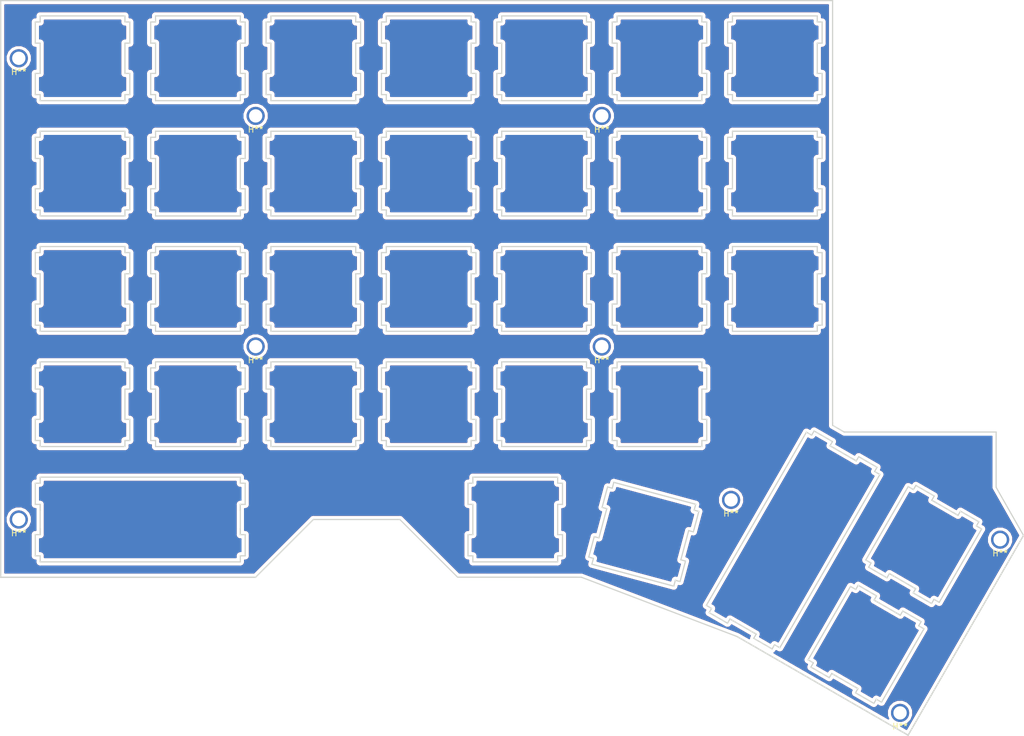
<source format=kicad_pcb>
(kicad_pcb (version 20171130) (host pcbnew "(5.0.0)")
  (layers (0 F.Cu signal) (31 B.Cu signal) (34 B.Paste user) (35 F.Paste user) (36 B.SilkS user) (37 F.SilkS user) (38 B.Mask user) (39 F.Mask user) (44 Edge.Cuts user))
  (net 0 "")
  (module library:HOLE (layer F.Cu) (at 191.226 115.202)
    (fp_text reference H** (at 0 2.25) (layer F.SilkS))
    (fp_text value HOLE)
    (pad "" thru_hole circle (at 0 0) (size 3 3) (drill 2.2) (layers *.Cu *.Mask))
  )
  (module library:HOLE (layer F.Cu) (at 29.206 35.672)
    (fp_text reference H** (at 0 2.25) (layer F.SilkS))
    (fp_text value HOLE)
    (pad "" thru_hole circle (at 0 0) (size 3 3) (drill 2.2) (layers *.Cu *.Mask))
  )
  (module library:HOLE (layer F.Cu) (at 68.316 45.192)
    (fp_text reference H** (at 0 2.25) (layer F.SilkS))
    (fp_text value HOLE)
    (pad "" thru_hole circle (at 0 0) (size 3 3) (drill 2.2) (layers *.Cu *.Mask))
  )
  (module library:HOLE (layer F.Cu) (at 125.466 83.292)
    (fp_text reference H** (at 0 2.25) (layer F.SilkS))
    (fp_text value HOLE)
    (pad "" thru_hole circle (at 0 0) (size 3 3) (drill 2.2) (layers *.Cu *.Mask))
  )
  (module library:HOLE (layer F.Cu) (at 146.806 108.632)
    (fp_text reference H** (at 0 2.25) (layer F.SilkS))
    (fp_text value HOLE)
    (pad "" thru_hole circle (at 0 0) (size 3 3) (drill 2.2) (layers *.Cu *.Mask))
  )
  (module library:HOLE (layer F.Cu) (at 125.466 45.192)
    (fp_text reference H** (at 0 2.25) (layer F.SilkS))
    (fp_text value HOLE)
    (pad "" thru_hole circle (at 0 0) (size 3 3) (drill 2.2) (layers *.Cu *.Mask))
  )
  (module library:HOLE (layer F.Cu) (at 29.206 111.872)
    (fp_text reference H** (at 0 2.25) (layer F.SilkS))
    (fp_text value HOLE)
    (pad "" thru_hole circle (at 0 0) (size 3 3) (drill 2.2) (layers *.Cu *.Mask))
  )
  (module library:HOLE (layer F.Cu) (at 174.706 143.822)
    (fp_text reference H** (at 0 2.25) (layer F.SilkS))
    (fp_text value HOLE)
    (pad "" thru_hole circle (at 0 0) (size 3 3) (drill 2.2) (layers *.Cu *.Mask))
  )
  (module library:HOLE (layer F.Cu) (at 68.316 83.292)
    (fp_text reference H** (at 0 2.25) (layer F.SilkS))
    (fp_text value HOLE)
    (pad "" thru_hole circle (at 0 0) (size 3 3) (drill 2.2) (layers *.Cu *.Mask))
  )
  (gr_line (start 167.474418 102.187794) (end 166.608393 101.687794) (layer Edge.Cuts) (width 0.2))
  (gr_line (start 153.980507 132.559934) (end 153.580507 133.252754) (layer Edge.Cuts) (width 0.2))
  (gr_line (start 150.083393 130.309934) (end 150.949418 130.809934) (layer Edge.Cuts) (width 0.2))
  (gr_line (start 167.474418 102.187794) (end 167.874418 101.494974) (layer Edge.Cuts) (width 0.2))
  (gr_line (start 159.247177 97.437794) (end 142.722177 126.059934) (layer Edge.Cuts) (width 0.2))
  (gr_line (start 170.905507 103.244974) (end 170.505507 103.937794) (layer Edge.Cuts) (width 0.2))
  (gr_line (start 160.513202 97.244974) (end 163.544291 98.994974) (layer Edge.Cuts) (width 0.2))
  (gr_line (start 160.113202 97.937794) (end 160.513202 97.244974) (layer Edge.Cuts) (width 0.2))
  (gr_line (start 184.677194 110.491741) (end 184.277194 111.184561) (layer Edge.Cuts) (width 0.2))
  (gr_line (start 143.588202 126.559934) (end 142.722177 126.059934) (layer Edge.Cuts) (width 0.2))
  (gr_line (start 187.308283 112.934561) (end 187.708283 112.241741) (layer Edge.Cuts) (width 0.2))
  (gr_line (start 170.783283 141.556701) (end 171.649308 142.056701) (layer Edge.Cuts) (width 0.2))
  (gr_line (start 167.352194 140.499521) (end 170.383283 142.249521) (layer Edge.Cuts) (width 0.2))
  (gr_line (start 159.990978 136.249521) (end 163.022067 137.999521) (layer Edge.Cuts) (width 0.2))
  (gr_line (start 146.219291 129.002754) (end 143.188202 127.252754) (layer Edge.Cuts) (width 0.2))
  (gr_line (start 167.874418 101.494974) (end 170.905507 103.244974) (layer Edge.Cuts) (width 0.2))
  (gr_line (start 160.390978 135.556701) (end 159.990978 136.249521) (layer Edge.Cuts) (width 0.2))
  (gr_line (start 165.478262 97.415383) (end 163.566 96.311338) (layer Edge.Cuts) (width 0.2))
  (gr_line (start 159.247177 97.437794) (end 160.113202 97.937794) (layer Edge.Cuts) (width 0.2))
  (gr_line (start 146.619291 128.309934) (end 146.219291 129.002754) (layer Edge.Cuts) (width 0.2))
  (gr_line (start 170.505507 103.937794) (end 171.371533 104.437794) (layer Edge.Cuts) (width 0.2))
  (gr_line (start 190.566 106.54826) (end 195.090142 114.50595) (layer Edge.Cuts) (width 0.2))
  (gr_line (start 154.846533 133.059934) (end 153.980507 132.559934) (layer Edge.Cuts) (width 0.2))
  (gr_line (start 150.549418 131.502754) (end 150.949418 130.809934) (layer Edge.Cuts) (width 0.2))
  (gr_line (start 163.566 85.415383) (end 163.566 95.915383) (layer Edge.Cuts) (width 0.2))
  (gr_line (start 163.544291 98.994974) (end 163.144291 99.687794) (layer Edge.Cuts) (width 0.2))
  (gr_line (start 188.174308 113.434561) (end 187.308283 112.934561) (layer Edge.Cuts) (width 0.2))
  (gr_line (start 176.915978 106.934561) (end 176.049953 106.434561) (layer Edge.Cuts) (width 0.2))
  (gr_line (start 153.580507 133.252754) (end 150.549418 131.502754) (layer Edge.Cuts) (width 0.2))
  (gr_line (start 177.315978 106.241741) (end 176.915978 106.934561) (layer Edge.Cuts) (width 0.2))
  (gr_line (start 143.188202 127.252754) (end 143.588202 126.559934) (layer Edge.Cuts) (width 0.2))
  (gr_line (start 164.010317 100.187794) (end 163.144291 99.687794) (layer Edge.Cuts) (width 0.2))
  (gr_line (start 150.083393 130.309934) (end 147.485317 128.809934) (layer Edge.Cuts) (width 0.2))
  (gr_line (start 166.608393 101.687794) (end 164.010317 100.187794) (layer Edge.Cuts) (width 0.2))
  (gr_line (start 147.485317 128.809934) (end 146.619291 128.309934) (layer Edge.Cuts) (width 0.2))
  (gr_line (start 170.383283 142.249521) (end 170.783283 141.556701) (layer Edge.Cuts) (width 0.2))
  (gr_line (start 171.371533 104.437794) (end 154.846533 133.059934) (layer Edge.Cuts) (width 0.2))
  (gr_line (start 180.347067 107.991741) (end 177.315978 106.241741) (layer Edge.Cuts) (width 0.2))
  (gr_line (start 179.947067 108.684561) (end 180.347067 107.991741) (layer Edge.Cuts) (width 0.2))
  (gr_line (start 187.708283 112.241741) (end 184.677194 110.491741) (layer Edge.Cuts) (width 0.2))
  (gr_line (start 167.752194 139.806701) (end 167.352194 140.499521) (layer Edge.Cuts) (width 0.2))
  (gr_line (start 159.524953 135.056701) (end 160.390978 135.556701) (layer Edge.Cuts) (width 0.2))
  (gr_line (start 163.022067 137.999521) (end 163.422067 137.306701) (layer Edge.Cuts) (width 0.2))
  (gr_line (start 163.566 95.915383) (end 163.566 96.311338) (layer Edge.Cuts) (width 0.2))
  (gr_line (start 167.474418 102.187794) (end 166.608393 101.687794) (layer Edge.Cuts) (width 0.2))
  (gr_line (start 150.083393 130.309934) (end 150.949418 130.809934) (layer Edge.Cuts) (width 0.2))
  (gr_line (start 147.485317 128.809934) (end 146.619291 128.309934) (layer Edge.Cuts) (width 0.2))
  (gr_line (start 164.010317 100.187794) (end 163.144291 99.687794) (layer Edge.Cuts) (width 0.2))
  (gr_line (start 165.478262 97.415383) (end 190.566 97.415383) (layer Edge.Cuts) (width 0.2))
  (gr_line (start 190.566 97.415383) (end 190.566 106.54826) (layer Edge.Cuts) (width 0.2))
  (gr_line (start 65.786 113.372) (end 65.786 114.372) (layer Edge.Cuts) (width 0.2))
  (gr_line (start 176.03511 147.510234) (end 195.090142 114.50595) (layer Edge.Cuts) (width 0.2))
  (gr_line (start 26.206 26.142) (end 26.206 121.402) (layer Edge.Cuts) (width 0.2))
  (gr_line (start 26.206 121.402) (end 68.311 121.402) (layer Edge.Cuts) (width 0.2))
  (gr_line (start 32.736 114.372) (end 32.736 113.372) (layer Edge.Cuts) (width 0.2))
  (gr_line (start 32.736 110.372) (end 32.736 109.372) (layer Edge.Cuts) (width 0.2))
  (gr_line (start 65.786 110.372) (end 65.786 109.372) (layer Edge.Cuts) (width 0.2))
  (gr_line (start 147.824346 131.222742) (end 176.03511 147.510234) (layer Edge.Cuts) (width 0.2))
  (gr_line (start 164.288092 137.806701) (end 163.422067 137.306701) (layer Edge.Cuts) (width 0.2))
  (gr_line (start 159.524953 135.056701) (end 166.524953 122.932345) (layer Edge.Cuts) (width 0.2))
  (gr_line (start 177.783283 129.432345) (end 178.649308 129.932345) (layer Edge.Cuts) (width 0.2))
  (gr_line (start 180.308283 125.058917) (end 179.908283 125.751737) (layer Edge.Cuts) (width 0.2))
  (gr_line (start 183.411169 110.684561) (end 184.277194 111.184561) (layer Edge.Cuts) (width 0.2))
  (gr_line (start 173.813092 121.308917) (end 176.411169 122.808917) (layer Edge.Cuts) (width 0.2))
  (gr_line (start 174.752194 127.682345) (end 173.886169 127.182345) (layer Edge.Cuts) (width 0.2))
  (gr_line (start 181.174308 125.558917) (end 180.308283 125.058917) (layer Edge.Cuts) (width 0.2))
  (gr_line (start 176.411169 122.808917) (end 177.277194 123.308917) (layer Edge.Cuts) (width 0.2))
  (gr_line (start 167.752194 139.806701) (end 166.886169 139.306701) (layer Edge.Cuts) (width 0.2))
  (gr_line (start 169.515978 119.751737) (end 169.915978 119.058917) (layer Edge.Cuts) (width 0.2))
  (gr_line (start 169.049953 118.558917) (end 176.049953 106.434561) (layer Edge.Cuts) (width 0.2))
  (gr_line (start 166.886169 139.306701) (end 164.288092 137.806701) (layer Edge.Cuts) (width 0.2))
  (gr_line (start 169.915978 119.058917) (end 169.049953 118.558917) (layer Edge.Cuts) (width 0.2))
  (gr_line (start 176.877194 124.001737) (end 177.277194 123.308917) (layer Edge.Cuts) (width 0.2))
  (gr_line (start 171.288092 125.682345) (end 170.422067 125.182345) (layer Edge.Cuts) (width 0.2))
  (gr_line (start 167.790978 122.739525) (end 170.822067 124.489525) (layer Edge.Cuts) (width 0.2))
  (gr_line (start 166.524953 122.932345) (end 167.390978 123.432345) (layer Edge.Cuts) (width 0.2))
  (gr_line (start 174.752194 127.682345) (end 175.152194 126.989525) (layer Edge.Cuts) (width 0.2))
  (gr_line (start 173.886169 127.182345) (end 171.288092 125.682345) (layer Edge.Cuts) (width 0.2))
  (gr_line (start 178.183283 128.739525) (end 177.783283 129.432345) (layer Edge.Cuts) (width 0.2))
  (gr_line (start 172.547067 121.501737) (end 169.515978 119.751737) (layer Edge.Cuts) (width 0.2))
  (gr_line (start 183.411169 110.684561) (end 180.813092 109.184561) (layer Edge.Cuts) (width 0.2))
  (gr_line (start 176.411169 122.808917) (end 177.277194 123.308917) (layer Edge.Cuts) (width 0.2))
  (gr_line (start 181.174308 125.558917) (end 188.174308 113.434561) (layer Edge.Cuts) (width 0.2))
  (gr_line (start 172.947067 120.808917) (end 173.813092 121.308917) (layer Edge.Cuts) (width 0.2))
  (gr_line (start 180.813092 109.184561) (end 179.947067 108.684561) (layer Edge.Cuts) (width 0.2))
  (gr_line (start 175.152194 126.989525) (end 178.183283 128.739525) (layer Edge.Cuts) (width 0.2))
  (gr_line (start 183.411169 110.684561) (end 184.277194 111.184561) (layer Edge.Cuts) (width 0.2))
  (gr_line (start 164.288092 137.806701) (end 163.422067 137.306701) (layer Edge.Cuts) (width 0.2))
  (gr_line (start 167.752194 139.806701) (end 166.886169 139.306701) (layer Edge.Cuts) (width 0.2))
  (gr_line (start 180.813092 109.184561) (end 179.947067 108.684561) (layer Edge.Cuts) (width 0.2))
  (gr_line (start 172.947067 120.808917) (end 172.547067 121.501737) (layer Edge.Cuts) (width 0.2))
  (gr_line (start 179.908283 125.751737) (end 176.877194 124.001737) (layer Edge.Cuts) (width 0.2))
  (gr_line (start 174.752194 127.682345) (end 173.886169 127.182345) (layer Edge.Cuts) (width 0.2))
  (gr_line (start 170.822067 124.489525) (end 170.422067 125.182345) (layer Edge.Cuts) (width 0.2))
  (gr_line (start 167.390978 123.432345) (end 167.790978 122.739525) (layer Edge.Cuts) (width 0.2))
  (gr_line (start 172.947067 120.808917) (end 173.813092 121.308917) (layer Edge.Cuts) (width 0.2))
  (gr_line (start 171.288092 125.682345) (end 170.422067 125.182345) (layer Edge.Cuts) (width 0.2))
  (gr_line (start 171.649308 142.056701) (end 178.649308 129.932345) (layer Edge.Cuts) (width 0.2))
  (gr_line (start 89.086 41.672) (end 89.886 41.672) (layer Edge.Cuts) (width 0.2))
  (gr_line (start 89.086 29.672) (end 89.086 33.172) (layer Edge.Cuts) (width 0.2))
  (gr_line (start 89.886 42.672) (end 103.886 42.672) (layer Edge.Cuts) (width 0.2))
  (gr_line (start 103.886 29.672) (end 103.886 28.672) (layer Edge.Cuts) (width 0.2))
  (gr_line (start 122.936 29.672) (end 122.936 28.672) (layer Edge.Cuts) (width 0.2))
  (gr_line (start 123.736 29.672) (end 122.936 29.672) (layer Edge.Cuts) (width 0.2))
  (gr_line (start 123.736 33.172) (end 123.736 29.672) (layer Edge.Cuts) (width 0.2))
  (gr_line (start 89.886 33.172) (end 89.886 38.172) (layer Edge.Cuts) (width 0.2))
  (gr_line (start 89.086 33.172) (end 89.886 33.172) (layer Edge.Cuts) (width 0.2))
  (gr_line (start 122.936 33.172) (end 123.736 33.172) (layer Edge.Cuts) (width 0.2))
  (gr_line (start 122.936 38.172) (end 122.936 33.172) (layer Edge.Cuts) (width 0.2))
  (gr_line (start 123.736 38.172) (end 122.936 38.172) (layer Edge.Cuts) (width 0.2))
  (gr_line (start 89.886 38.172) (end 89.086 38.172) (layer Edge.Cuts) (width 0.2))
  (gr_line (start 103.886 28.672) (end 89.886 28.672) (layer Edge.Cuts) (width 0.2))
  (gr_line (start 122.936 41.672) (end 123.736 41.672) (layer Edge.Cuts) (width 0.2))
  (gr_line (start 123.736 41.672) (end 123.736 38.172) (layer Edge.Cuts) (width 0.2))
  (gr_line (start 103.886 42.672) (end 103.886 41.672) (layer Edge.Cuts) (width 0.2))
  (gr_line (start 89.086 38.172) (end 89.086 41.672) (layer Edge.Cuts) (width 0.2))
  (gr_line (start 89.886 28.672) (end 89.886 29.672) (layer Edge.Cuts) (width 0.2))
  (gr_line (start 89.886 29.672) (end 89.086 29.672) (layer Edge.Cuts) (width 0.2))
  (gr_line (start 89.886 41.672) (end 89.886 42.672) (layer Edge.Cuts) (width 0.2))
  (gr_line (start 108.936 28.672) (end 108.936 29.672) (layer Edge.Cuts) (width 0.2))
  (gr_line (start 122.936 28.672) (end 108.936 28.672) (layer Edge.Cuts) (width 0.2))
  (gr_line (start 32.736 105.872) (end 31.936 105.872) (layer Edge.Cuts) (width 0.2))
  (gr_line (start 32.736 104.872) (end 32.736 105.872) (layer Edge.Cuts) (width 0.2))
  (gr_line (start 127.986 99.822) (end 141.986 99.822) (layer Edge.Cuts) (width 0.2))
  (gr_line (start 127.986 98.822) (end 127.986 99.822) (layer Edge.Cuts) (width 0.2))
  (gr_line (start 127.186 98.822) (end 127.986 98.822) (layer Edge.Cuts) (width 0.2))
  (gr_line (start 127.986 90.322) (end 127.986 95.322) (layer Edge.Cuts) (width 0.2))
  (gr_line (start 127.986 95.322) (end 127.186 95.322) (layer Edge.Cuts) (width 0.2))
  (gr_line (start 118.174 105.872) (end 118.174 104.872) (layer Edge.Cuts) (width 0.2))
  (gr_line (start 118.974 105.872) (end 118.174 105.872) (layer Edge.Cuts) (width 0.2))
  (gr_line (start 118.174 117.872) (end 118.974 117.872) (layer Edge.Cuts) (width 0.2))
  (gr_line (start 118.174 109.372) (end 118.974 109.372) (layer Edge.Cuts) (width 0.2))
  (gr_line (start 118.174 114.372) (end 118.174 109.372) (layer Edge.Cuts) (width 0.2))
  (gr_line (start 118.974 114.372) (end 118.174 114.372) (layer Edge.Cuts) (width 0.2))
  (gr_line (start 118.974 117.872) (end 118.974 114.372) (layer Edge.Cuts) (width 0.2))
  (gr_line (start 127.186 86.822) (end 127.186 90.322) (layer Edge.Cuts) (width 0.2))
  (gr_line (start 127.186 95.322) (end 127.186 98.822) (layer Edge.Cuts) (width 0.2))
  (gr_line (start 141.986 85.822) (end 127.986 85.822) (layer Edge.Cuts) (width 0.2))
  (gr_line (start 141.986 99.822) (end 141.986 98.822) (layer Edge.Cuts) (width 0.2))
  (gr_line (start 127.186 90.322) (end 127.986 90.322) (layer Edge.Cuts) (width 0.2))
  (gr_line (start 127.986 85.822) (end 127.986 86.822) (layer Edge.Cuts) (width 0.2))
  (gr_line (start 141.986 86.822) (end 141.986 85.822) (layer Edge.Cuts) (width 0.2))
  (gr_line (start 127.986 86.822) (end 127.186 86.822) (layer Edge.Cuts) (width 0.2))
  (gr_line (start 104.174 114.372) (end 103.374 114.372) (layer Edge.Cuts) (width 0.2))
  (gr_line (start 104.174 109.372) (end 104.174 114.372) (layer Edge.Cuts) (width 0.2))
  (gr_line (start 103.374 109.372) (end 104.174 109.372) (layer Edge.Cuts) (width 0.2))
  (gr_line (start 103.374 105.872) (end 103.374 109.372) (layer Edge.Cuts) (width 0.2))
  (gr_line (start 104.174 105.872) (end 103.374 105.872) (layer Edge.Cuts) (width 0.2))
  (gr_line (start 104.174 104.872) (end 104.174 105.872) (layer Edge.Cuts) (width 0.2))
  (gr_line (start 118.174 104.872) (end 104.174 104.872) (layer Edge.Cuts) (width 0.2))
  (gr_line (start 118.974 109.372) (end 118.974 105.872) (layer Edge.Cuts) (width 0.2))
  (gr_line (start 137.6063 121.9133) (end 138.379 122.1204) (layer Edge.Cuts) (width 0.2))
  (gr_line (start 126.2833 110.0795) (end 124.9892 114.9091) (layer Edge.Cuts) (width 0.2))
  (gr_line (start 65.786 113.372) (end 65.786 110.372) (layer Edge.Cuts) (width 0.2))
  (gr_line (start 77.841 111.872) (end 92.124 111.872) (layer Edge.Cuts) (width 0.2))
  (gr_line (start 124.0833 118.2898) (end 123.8245 119.2558) (layer Edge.Cuts) (width 0.2))
  (gr_line (start 122.078516 121.402) (end 147.826856 131.218395) (layer Edge.Cuts) (width 0.2))
  (gr_line (start 101.649 121.397) (end 92.124 111.872) (layer Edge.Cuts) (width 0.2))
  (gr_line (start 127.448 105.7328) (end 127.1892 106.6987) (layer Edge.Cuts) (width 0.2))
  (gr_line (start 103.374 117.872) (end 104.174 117.872) (layer Edge.Cuts) (width 0.2))
  (gr_line (start 163.566 85.415383) (end 163.566 26.142) (layer Edge.Cuts) (width 0.2))
  (gr_line (start 124.9892 114.9091) (end 124.2165 114.7021) (layer Edge.Cuts) (width 0.2))
  (gr_line (start 140.579 113.91) (end 141.4849 110.5293) (layer Edge.Cuts) (width 0.2))
  (gr_line (start 104.174 117.872) (end 104.174 118.872) (layer Edge.Cuts) (width 0.2))
  (gr_line (start 126.4164 106.4917) (end 125.5106 109.8724) (layer Edge.Cuts) (width 0.2))
  (gr_line (start 140.9709 109.3563) (end 127.448 105.7328) (layer Edge.Cuts) (width 0.2))
  (gr_line (start 123.3106 118.0828) (end 124.0833 118.2898) (layer Edge.Cuts) (width 0.2))
  (gr_line (start 124.2165 114.7021) (end 123.3106 118.0828) (layer Edge.Cuts) (width 0.2))
  (gr_line (start 104.174 118.872) (end 118.174 118.872) (layer Edge.Cuts) (width 0.2))
  (gr_line (start 32.736 113.372) (end 32.736 110.372) (layer Edge.Cuts) (width 0.2))
  (gr_line (start 127.1892 106.6987) (end 126.4164 106.4917) (layer Edge.Cuts) (width 0.2))
  (gr_line (start 118.174 118.872) (end 118.174 117.872) (layer Edge.Cuts) (width 0.2))
  (gr_line (start 139.2849 118.7396) (end 138.5122 118.5326) (layer Edge.Cuts) (width 0.2))
  (gr_line (start 101.649 121.397) (end 122.078516 121.402) (layer Edge.Cuts) (width 0.2))
  (gr_line (start 123.8245 119.2558) (end 137.3475 122.8792) (layer Edge.Cuts) (width 0.2))
  (gr_line (start 68.311 121.402) (end 77.841 111.872) (layer Edge.Cuts) (width 0.2))
  (gr_line (start 138.5122 118.5326) (end 139.8063 113.7029) (layer Edge.Cuts) (width 0.2))
  (gr_line (start 137.3475 122.8792) (end 137.6063 121.9133) (layer Edge.Cuts) (width 0.2))
  (gr_line (start 139.8063 113.7029) (end 140.579 113.91) (layer Edge.Cuts) (width 0.2))
  (gr_line (start 125.5106 109.8724) (end 126.2833 110.0795) (layer Edge.Cuts) (width 0.2))
  (gr_line (start 103.374 114.372) (end 103.374 117.872) (layer Edge.Cuts) (width 0.2))
  (gr_line (start 140.7121 110.3222) (end 140.9709 109.3563) (layer Edge.Cuts) (width 0.2))
  (gr_line (start 141.4849 110.5293) (end 140.7121 110.3222) (layer Edge.Cuts) (width 0.2))
  (gr_line (start 138.379 122.1204) (end 139.2849 118.7396) (layer Edge.Cuts) (width 0.2))
  (gr_line (start 141.986 90.322) (end 142.786 90.322) (layer Edge.Cuts) (width 0.2))
  (gr_line (start 123.736 90.322) (end 123.736 86.822) (layer Edge.Cuts) (width 0.2))
  (gr_line (start 108.136 86.822) (end 108.136 90.322) (layer Edge.Cuts) (width 0.2))
  (gr_line (start 108.936 85.822) (end 108.936 86.822) (layer Edge.Cuts) (width 0.2))
  (gr_line (start 142.786 95.322) (end 141.986 95.322) (layer Edge.Cuts) (width 0.2))
  (gr_line (start 142.786 98.822) (end 142.786 95.322) (layer Edge.Cuts) (width 0.2))
  (gr_line (start 108.136 90.322) (end 108.936 90.322) (layer Edge.Cuts) (width 0.2))
  (gr_line (start 122.936 98.822) (end 123.736 98.822) (layer Edge.Cuts) (width 0.2))
  (gr_line (start 122.936 99.822) (end 122.936 98.822) (layer Edge.Cuts) (width 0.2))
  (gr_line (start 122.936 85.822) (end 108.936 85.822) (layer Edge.Cuts) (width 0.2))
  (gr_line (start 122.936 90.322) (end 123.736 90.322) (layer Edge.Cuts) (width 0.2))
  (gr_line (start 123.736 98.822) (end 123.736 95.322) (layer Edge.Cuts) (width 0.2))
  (gr_line (start 122.936 95.322) (end 122.936 90.322) (layer Edge.Cuts) (width 0.2))
  (gr_line (start 103.886 99.822) (end 103.886 98.822) (layer Edge.Cuts) (width 0.2))
  (gr_line (start 122.936 86.822) (end 122.936 85.822) (layer Edge.Cuts) (width 0.2))
  (gr_line (start 142.786 86.822) (end 141.986 86.822) (layer Edge.Cuts) (width 0.2))
  (gr_line (start 141.986 95.322) (end 141.986 90.322) (layer Edge.Cuts) (width 0.2))
  (gr_line (start 123.736 95.322) (end 122.936 95.322) (layer Edge.Cuts) (width 0.2))
  (gr_line (start 108.136 98.822) (end 108.936 98.822) (layer Edge.Cuts) (width 0.2))
  (gr_line (start 108.936 98.822) (end 108.936 99.822) (layer Edge.Cuts) (width 0.2))
  (gr_line (start 123.736 86.822) (end 122.936 86.822) (layer Edge.Cuts) (width 0.2))
  (gr_line (start 108.936 99.822) (end 122.936 99.822) (layer Edge.Cuts) (width 0.2))
  (gr_line (start 141.986 98.822) (end 142.786 98.822) (layer Edge.Cuts) (width 0.2))
  (gr_line (start 108.136 95.322) (end 108.136 98.822) (layer Edge.Cuts) (width 0.2))
  (gr_line (start 142.786 90.322) (end 142.786 86.822) (layer Edge.Cuts) (width 0.2))
  (gr_line (start 108.936 86.822) (end 108.136 86.822) (layer Edge.Cuts) (width 0.2))
  (gr_line (start 108.936 95.322) (end 108.136 95.322) (layer Edge.Cuts) (width 0.2))
  (gr_line (start 108.936 90.322) (end 108.936 95.322) (layer Edge.Cuts) (width 0.2))
  (gr_line (start 65.786 86.822) (end 65.786 85.822) (layer Edge.Cuts) (width 0.2))
  (gr_line (start 50.986 90.322) (end 51.786 90.322) (layer Edge.Cuts) (width 0.2))
  (gr_line (start 89.886 90.322) (end 89.886 95.322) (layer Edge.Cuts) (width 0.2))
  (gr_line (start 103.886 86.822) (end 103.886 85.822) (layer Edge.Cuts) (width 0.2))
  (gr_line (start 65.786 90.322) (end 66.586 90.322) (layer Edge.Cuts) (width 0.2))
  (gr_line (start 70.836 85.822) (end 70.836 86.822) (layer Edge.Cuts) (width 0.2))
  (gr_line (start 85.636 98.822) (end 85.636 95.322) (layer Edge.Cuts) (width 0.2))
  (gr_line (start 84.836 98.822) (end 85.636 98.822) (layer Edge.Cuts) (width 0.2))
  (gr_line (start 66.586 90.322) (end 66.586 86.822) (layer Edge.Cuts) (width 0.2))
  (gr_line (start 89.086 90.322) (end 89.886 90.322) (layer Edge.Cuts) (width 0.2))
  (gr_line (start 51.786 85.822) (end 51.786 86.822) (layer Edge.Cuts) (width 0.2))
  (gr_line (start 51.786 95.322) (end 50.986 95.322) (layer Edge.Cuts) (width 0.2))
  (gr_line (start 31.936 98.822) (end 32.736 98.822) (layer Edge.Cuts) (width 0.2))
  (gr_line (start 89.086 86.822) (end 89.086 90.322) (layer Edge.Cuts) (width 0.2))
  (gr_line (start 103.886 85.822) (end 89.886 85.822) (layer Edge.Cuts) (width 0.2))
  (gr_line (start 51.786 90.322) (end 51.786 95.322) (layer Edge.Cuts) (width 0.2))
  (gr_line (start 66.586 86.822) (end 65.786 86.822) (layer Edge.Cuts) (width 0.2))
  (gr_line (start 104.686 86.822) (end 103.886 86.822) (layer Edge.Cuts) (width 0.2))
  (gr_line (start 103.886 90.322) (end 104.686 90.322) (layer Edge.Cuts) (width 0.2))
  (gr_line (start 104.686 98.822) (end 104.686 95.322) (layer Edge.Cuts) (width 0.2))
  (gr_line (start 70.836 99.822) (end 84.836 99.822) (layer Edge.Cuts) (width 0.2))
  (gr_line (start 70.836 95.322) (end 70.036 95.322) (layer Edge.Cuts) (width 0.2))
  (gr_line (start 70.036 90.322) (end 70.836 90.322) (layer Edge.Cuts) (width 0.2))
  (gr_line (start 85.636 95.322) (end 84.836 95.322) (layer Edge.Cuts) (width 0.2))
  (gr_line (start 32.736 98.822) (end 32.736 99.822) (layer Edge.Cuts) (width 0.2))
  (gr_line (start 84.836 95.322) (end 84.836 90.322) (layer Edge.Cuts) (width 0.2))
  (gr_line (start 50.986 86.822) (end 50.986 90.322) (layer Edge.Cuts) (width 0.2))
  (gr_line (start 85.636 86.822) (end 84.836 86.822) (layer Edge.Cuts) (width 0.2))
  (gr_line (start 70.836 98.822) (end 70.836 99.822) (layer Edge.Cuts) (width 0.2))
  (gr_line (start 51.786 99.822) (end 65.786 99.822) (layer Edge.Cuts) (width 0.2))
  (gr_line (start 84.836 90.322) (end 85.636 90.322) (layer Edge.Cuts) (width 0.2))
  (gr_line (start 70.836 90.322) (end 70.836 95.322) (layer Edge.Cuts) (width 0.2))
  (gr_line (start 84.836 99.822) (end 84.836 98.822) (layer Edge.Cuts) (width 0.2))
  (gr_line (start 70.836 86.822) (end 70.036 86.822) (layer Edge.Cuts) (width 0.2))
  (gr_line (start 46.736 99.822) (end 46.736 98.822) (layer Edge.Cuts) (width 0.2))
  (gr_line (start 89.886 85.822) (end 89.886 86.822) (layer Edge.Cuts) (width 0.2))
  (gr_line (start 104.686 90.322) (end 104.686 86.822) (layer Edge.Cuts) (width 0.2))
  (gr_line (start 70.036 98.822) (end 70.836 98.822) (layer Edge.Cuts) (width 0.2))
  (gr_line (start 84.836 86.822) (end 84.836 85.822) (layer Edge.Cuts) (width 0.2))
  (gr_line (start 50.986 98.822) (end 51.786 98.822) (layer Edge.Cuts) (width 0.2))
  (gr_line (start 103.886 95.322) (end 103.886 90.322) (layer Edge.Cuts) (width 0.2))
  (gr_line (start 104.686 95.322) (end 103.886 95.322) (layer Edge.Cuts) (width 0.2))
  (gr_line (start 31.936 95.322) (end 31.936 98.822) (layer Edge.Cuts) (width 0.2))
  (gr_line (start 103.886 98.822) (end 104.686 98.822) (layer Edge.Cuts) (width 0.2))
  (gr_line (start 70.036 95.322) (end 70.036 98.822) (layer Edge.Cuts) (width 0.2))
  (gr_line (start 65.786 99.822) (end 65.786 98.822) (layer Edge.Cuts) (width 0.2))
  (gr_line (start 65.786 85.822) (end 51.786 85.822) (layer Edge.Cuts) (width 0.2))
  (gr_line (start 51.786 86.822) (end 50.986 86.822) (layer Edge.Cuts) (width 0.2))
  (gr_line (start 51.786 98.822) (end 51.786 99.822) (layer Edge.Cuts) (width 0.2))
  (gr_line (start 66.586 98.822) (end 66.586 95.322) (layer Edge.Cuts) (width 0.2))
  (gr_line (start 32.736 99.822) (end 46.736 99.822) (layer Edge.Cuts) (width 0.2))
  (gr_line (start 84.836 85.822) (end 70.836 85.822) (layer Edge.Cuts) (width 0.2))
  (gr_line (start 70.036 86.822) (end 70.036 90.322) (layer Edge.Cuts) (width 0.2))
  (gr_line (start 65.786 95.322) (end 65.786 90.322) (layer Edge.Cuts) (width 0.2))
  (gr_line (start 66.586 95.322) (end 65.786 95.322) (layer Edge.Cuts) (width 0.2))
  (gr_line (start 50.986 95.322) (end 50.986 98.822) (layer Edge.Cuts) (width 0.2))
  (gr_line (start 65.786 98.822) (end 66.586 98.822) (layer Edge.Cuts) (width 0.2))
  (gr_line (start 89.886 99.822) (end 103.886 99.822) (layer Edge.Cuts) (width 0.2))
  (gr_line (start 89.886 98.822) (end 89.886 99.822) (layer Edge.Cuts) (width 0.2))
  (gr_line (start 89.086 98.822) (end 89.886 98.822) (layer Edge.Cuts) (width 0.2))
  (gr_line (start 89.086 95.322) (end 89.086 98.822) (layer Edge.Cuts) (width 0.2))
  (gr_line (start 89.886 95.322) (end 89.086 95.322) (layer Edge.Cuts) (width 0.2))
  (gr_line (start 85.636 90.322) (end 85.636 86.822) (layer Edge.Cuts) (width 0.2))
  (gr_line (start 89.886 86.822) (end 89.086 86.822) (layer Edge.Cuts) (width 0.2))
  (gr_line (start 66.586 71.272) (end 66.586 67.772) (layer Edge.Cuts) (width 0.2))
  (gr_line (start 84.836 80.772) (end 84.836 79.772) (layer Edge.Cuts) (width 0.2))
  (gr_line (start 70.836 80.772) (end 84.836 80.772) (layer Edge.Cuts) (width 0.2))
  (gr_line (start 70.836 79.772) (end 70.836 80.772) (layer Edge.Cuts) (width 0.2))
  (gr_line (start 84.836 66.772) (end 70.836 66.772) (layer Edge.Cuts) (width 0.2))
  (gr_line (start 65.786 80.772) (end 65.786 79.772) (layer Edge.Cuts) (width 0.2))
  (gr_line (start 70.836 67.772) (end 70.036 67.772) (layer Edge.Cuts) (width 0.2))
  (gr_line (start 65.786 79.772) (end 66.586 79.772) (layer Edge.Cuts) (width 0.2))
  (gr_line (start 46.736 80.772) (end 46.736 79.772) (layer Edge.Cuts) (width 0.2))
  (gr_line (start 50.986 67.772) (end 50.986 71.272) (layer Edge.Cuts) (width 0.2))
  (gr_line (start 70.036 79.772) (end 70.836 79.772) (layer Edge.Cuts) (width 0.2))
  (gr_line (start 70.836 76.272) (end 70.036 76.272) (layer Edge.Cuts) (width 0.2))
  (gr_line (start 85.636 76.272) (end 84.836 76.272) (layer Edge.Cuts) (width 0.2))
  (gr_line (start 85.636 79.772) (end 85.636 76.272) (layer Edge.Cuts) (width 0.2))
  (gr_line (start 84.836 76.272) (end 84.836 71.272) (layer Edge.Cuts) (width 0.2))
  (gr_line (start 51.786 76.272) (end 50.986 76.272) (layer Edge.Cuts) (width 0.2))
  (gr_line (start 70.036 76.272) (end 70.036 79.772) (layer Edge.Cuts) (width 0.2))
  (gr_line (start 51.786 79.772) (end 51.786 80.772) (layer Edge.Cuts) (width 0.2))
  (gr_line (start 65.786 67.772) (end 65.786 66.772) (layer Edge.Cuts) (width 0.2))
  (gr_line (start 66.586 76.272) (end 65.786 76.272) (layer Edge.Cuts) (width 0.2))
  (gr_line (start 66.586 79.772) (end 66.586 76.272) (layer Edge.Cuts) (width 0.2))
  (gr_line (start 84.836 71.272) (end 85.636 71.272) (layer Edge.Cuts) (width 0.2))
  (gr_line (start 70.836 71.272) (end 70.836 76.272) (layer Edge.Cuts) (width 0.2))
  (gr_line (start 70.036 67.772) (end 70.036 71.272) (layer Edge.Cuts) (width 0.2))
  (gr_line (start 84.836 67.772) (end 84.836 66.772) (layer Edge.Cuts) (width 0.2))
  (gr_line (start 50.986 76.272) (end 50.986 79.772) (layer Edge.Cuts) (width 0.2))
  (gr_line (start 51.786 80.772) (end 65.786 80.772) (layer Edge.Cuts) (width 0.2))
  (gr_line (start 65.786 66.772) (end 51.786 66.772) (layer Edge.Cuts) (width 0.2))
  (gr_line (start 84.836 79.772) (end 85.636 79.772) (layer Edge.Cuts) (width 0.2))
  (gr_line (start 32.736 80.772) (end 46.736 80.772) (layer Edge.Cuts) (width 0.2))
  (gr_line (start 70.836 66.772) (end 70.836 67.772) (layer Edge.Cuts) (width 0.2))
  (gr_line (start 85.636 67.772) (end 84.836 67.772) (layer Edge.Cuts) (width 0.2))
  (gr_line (start 51.786 71.272) (end 51.786 76.272) (layer Edge.Cuts) (width 0.2))
  (gr_line (start 85.636 71.272) (end 85.636 67.772) (layer Edge.Cuts) (width 0.2))
  (gr_line (start 66.586 67.772) (end 65.786 67.772) (layer Edge.Cuts) (width 0.2))
  (gr_line (start 65.786 76.272) (end 65.786 71.272) (layer Edge.Cuts) (width 0.2))
  (gr_line (start 50.986 79.772) (end 51.786 79.772) (layer Edge.Cuts) (width 0.2))
  (gr_line (start 65.786 71.272) (end 66.586 71.272) (layer Edge.Cuts) (width 0.2))
  (gr_line (start 51.786 67.772) (end 50.986 67.772) (layer Edge.Cuts) (width 0.2))
  (gr_line (start 51.786 66.772) (end 51.786 67.772) (layer Edge.Cuts) (width 0.2))
  (gr_line (start 103.886 79.772) (end 104.686 79.772) (layer Edge.Cuts) (width 0.2))
  (gr_line (start 70.036 71.272) (end 70.836 71.272) (layer Edge.Cuts) (width 0.2))
  (gr_line (start 50.986 71.272) (end 51.786 71.272) (layer Edge.Cuts) (width 0.2))
  (gr_line (start 104.686 76.272) (end 103.886 76.272) (layer Edge.Cuts) (width 0.2))
  (gr_line (start 104.686 79.772) (end 104.686 76.272) (layer Edge.Cuts) (width 0.2))
  (gr_line (start 32.736 79.772) (end 32.736 80.772) (layer Edge.Cuts) (width 0.2))
  (gr_line (start 51.786 29.672) (end 50.986 29.672) (layer Edge.Cuts) (width 0.2))
  (gr_line (start 50.986 38.172) (end 50.986 41.672) (layer Edge.Cuts) (width 0.2))
  (gr_line (start 65.786 29.672) (end 65.786 28.672) (layer Edge.Cuts) (width 0.2))
  (gr_line (start 66.586 29.672) (end 65.786 29.672) (layer Edge.Cuts) (width 0.2))
  (gr_line (start 65.786 28.672) (end 51.786 28.672) (layer Edge.Cuts) (width 0.2))
  (gr_line (start 65.786 33.172) (end 66.586 33.172) (layer Edge.Cuts) (width 0.2))
  (gr_line (start 65.786 38.172) (end 65.786 33.172) (layer Edge.Cuts) (width 0.2))
  (gr_line (start 51.786 41.672) (end 51.786 42.672) (layer Edge.Cuts) (width 0.2))
  (gr_line (start 66.586 41.672) (end 66.586 38.172) (layer Edge.Cuts) (width 0.2))
  (gr_line (start 66.586 38.172) (end 65.786 38.172) (layer Edge.Cuts) (width 0.2))
  (gr_line (start 84.836 38.172) (end 84.836 33.172) (layer Edge.Cuts) (width 0.2))
  (gr_line (start 85.636 38.172) (end 84.836 38.172) (layer Edge.Cuts) (width 0.2))
  (gr_line (start 51.786 38.172) (end 50.986 38.172) (layer Edge.Cuts) (width 0.2))
  (gr_line (start 51.786 33.172) (end 51.786 38.172) (layer Edge.Cuts) (width 0.2))
  (gr_line (start 85.636 41.672) (end 85.636 38.172) (layer Edge.Cuts) (width 0.2))
  (gr_line (start 84.836 41.672) (end 85.636 41.672) (layer Edge.Cuts) (width 0.2))
  (gr_line (start 50.986 33.172) (end 51.786 33.172) (layer Edge.Cuts) (width 0.2))
  (gr_line (start 50.986 29.672) (end 50.986 33.172) (layer Edge.Cuts) (width 0.2))
  (gr_line (start 51.786 28.672) (end 51.786 29.672) (layer Edge.Cuts) (width 0.2))
  (gr_line (start 50.986 41.672) (end 51.786 41.672) (layer Edge.Cuts) (width 0.2))
  (gr_line (start 66.586 33.172) (end 66.586 29.672) (layer Edge.Cuts) (width 0.2))
  (gr_line (start 65.786 42.672) (end 65.786 41.672) (layer Edge.Cuts) (width 0.2))
  (gr_line (start 51.786 42.672) (end 65.786 42.672) (layer Edge.Cuts) (width 0.2))
  (gr_line (start 127.186 57.222) (end 127.186 60.722) (layer Edge.Cuts) (width 0.2))
  (gr_line (start 147.036 60.722) (end 147.036 61.722) (layer Edge.Cuts) (width 0.2))
  (gr_line (start 146.236 48.722) (end 146.236 52.222) (layer Edge.Cuts) (width 0.2))
  (gr_line (start 147.036 57.222) (end 146.236 57.222) (layer Edge.Cuts) (width 0.2))
  (gr_line (start 161.036 57.222) (end 161.036 52.222) (layer Edge.Cuts) (width 0.2))
  (gr_line (start 161.836 48.722) (end 161.036 48.722) (layer Edge.Cuts) (width 0.2))
  (gr_line (start 161.836 57.222) (end 161.036 57.222) (layer Edge.Cuts) (width 0.2))
  (gr_line (start 127.986 60.722) (end 127.986 61.722) (layer Edge.Cuts) (width 0.2))
  (gr_line (start 31.936 79.772) (end 32.736 79.772) (layer Edge.Cuts) (width 0.2))
  (gr_line (start 32.736 71.272) (end 32.736 76.272) (layer Edge.Cuts) (width 0.2))
  (gr_line (start 31.936 67.772) (end 31.936 71.272) (layer Edge.Cuts) (width 0.2))
  (gr_line (start 147.036 48.722) (end 146.236 48.722) (layer Edge.Cuts) (width 0.2))
  (gr_line (start 32.736 67.772) (end 31.936 67.772) (layer Edge.Cuts) (width 0.2))
  (gr_line (start 127.986 57.222) (end 127.186 57.222) (layer Edge.Cuts) (width 0.2))
  (gr_line (start 46.736 76.272) (end 46.736 71.272) (layer Edge.Cuts) (width 0.2))
  (gr_line (start 47.536 76.272) (end 46.736 76.272) (layer Edge.Cuts) (width 0.2))
  (gr_line (start 47.536 79.772) (end 47.536 76.272) (layer Edge.Cuts) (width 0.2))
  (gr_line (start 161.036 60.722) (end 161.836 60.722) (layer Edge.Cuts) (width 0.2))
  (gr_line (start 46.736 79.772) (end 47.536 79.772) (layer Edge.Cuts) (width 0.2))
  (gr_line (start 146.236 52.222) (end 147.036 52.222) (layer Edge.Cuts) (width 0.2))
  (gr_line (start 161.036 48.722) (end 161.036 47.722) (layer Edge.Cuts) (width 0.2))
  (gr_line (start 146.236 60.722) (end 147.036 60.722) (layer Edge.Cuts) (width 0.2))
  (gr_line (start 161.836 60.722) (end 161.836 57.222) (layer Edge.Cuts) (width 0.2))
  (gr_line (start 146.236 57.222) (end 146.236 60.722) (layer Edge.Cuts) (width 0.2))
  (gr_line (start 127.986 52.222) (end 127.986 57.222) (layer Edge.Cuts) (width 0.2))
  (gr_line (start 31.936 76.272) (end 31.936 79.772) (layer Edge.Cuts) (width 0.2))
  (gr_line (start 46.736 66.772) (end 32.736 66.772) (layer Edge.Cuts) (width 0.2))
  (gr_line (start 32.736 76.272) (end 31.936 76.272) (layer Edge.Cuts) (width 0.2))
  (gr_line (start 161.036 47.722) (end 147.036 47.722) (layer Edge.Cuts) (width 0.2))
  (gr_line (start 147.036 52.222) (end 147.036 57.222) (layer Edge.Cuts) (width 0.2))
  (gr_line (start 31.936 71.272) (end 32.736 71.272) (layer Edge.Cuts) (width 0.2))
  (gr_line (start 32.736 66.772) (end 32.736 67.772) (layer Edge.Cuts) (width 0.2))
  (gr_line (start 46.736 67.772) (end 46.736 66.772) (layer Edge.Cuts) (width 0.2))
  (gr_line (start 127.186 60.722) (end 127.986 60.722) (layer Edge.Cuts) (width 0.2))
  (gr_line (start 127.986 61.722) (end 141.986 61.722) (layer Edge.Cuts) (width 0.2))
  (gr_line (start 46.736 71.272) (end 47.536 71.272) (layer Edge.Cuts) (width 0.2))
  (gr_line (start 161.036 61.722) (end 161.036 60.722) (layer Edge.Cuts) (width 0.2))
  (gr_line (start 141.986 61.722) (end 141.986 60.722) (layer Edge.Cuts) (width 0.2))
  (gr_line (start 161.036 52.222) (end 161.836 52.222) (layer Edge.Cuts) (width 0.2))
  (gr_line (start 47.536 67.772) (end 46.736 67.772) (layer Edge.Cuts) (width 0.2))
  (gr_line (start 47.536 71.272) (end 47.536 67.772) (layer Edge.Cuts) (width 0.2))
  (gr_line (start 127.186 52.222) (end 127.986 52.222) (layer Edge.Cuts) (width 0.2))
  (gr_line (start 127.186 48.722) (end 127.186 52.222) (layer Edge.Cuts) (width 0.2))
  (gr_line (start 161.836 52.222) (end 161.836 48.722) (layer Edge.Cuts) (width 0.2))
  (gr_line (start 147.036 47.722) (end 147.036 48.722) (layer Edge.Cuts) (width 0.2))
  (gr_line (start 147.036 61.722) (end 161.036 61.722) (layer Edge.Cuts) (width 0.2))
  (gr_line (start 46.736 52.222) (end 47.536 52.222) (layer Edge.Cuts) (width 0.2))
  (gr_line (start 46.736 57.222) (end 46.736 52.222) (layer Edge.Cuts) (width 0.2))
  (gr_line (start 46.736 60.722) (end 47.536 60.722) (layer Edge.Cuts) (width 0.2))
  (gr_line (start 147.036 42.672) (end 161.036 42.672) (layer Edge.Cuts) (width 0.2))
  (gr_line (start 32.736 47.722) (end 32.736 48.722) (layer Edge.Cuts) (width 0.2))
  (gr_line (start 146.236 41.672) (end 147.036 41.672) (layer Edge.Cuts) (width 0.2))
  (gr_line (start 32.736 61.722) (end 46.736 61.722) (layer Edge.Cuts) (width 0.2))
  (gr_line (start 47.536 60.722) (end 47.536 57.222) (layer Edge.Cuts) (width 0.2))
  (gr_line (start 32.736 60.722) (end 32.736 61.722) (layer Edge.Cuts) (width 0.2))
  (gr_line (start 32.736 57.222) (end 31.936 57.222) (layer Edge.Cuts) (width 0.2))
  (gr_line (start 161.036 42.672) (end 161.036 41.672) (layer Edge.Cuts) (width 0.2))
  (gr_line (start 31.936 52.222) (end 32.736 52.222) (layer Edge.Cuts) (width 0.2))
  (gr_line (start 47.536 57.222) (end 46.736 57.222) (layer Edge.Cuts) (width 0.2))
  (gr_line (start 31.936 60.722) (end 32.736 60.722) (layer Edge.Cuts) (width 0.2))
  (gr_line (start 31.936 57.222) (end 31.936 60.722) (layer Edge.Cuts) (width 0.2))
  (gr_line (start 32.736 48.722) (end 31.936 48.722) (layer Edge.Cuts) (width 0.2))
  (gr_line (start 32.736 52.222) (end 32.736 57.222) (layer Edge.Cuts) (width 0.2))
  (gr_line (start 31.936 48.722) (end 31.936 52.222) (layer Edge.Cuts) (width 0.2))
  (gr_line (start 46.736 48.722) (end 46.736 47.722) (layer Edge.Cuts) (width 0.2))
  (gr_line (start 46.736 47.722) (end 32.736 47.722) (layer Edge.Cuts) (width 0.2))
  (gr_line (start 47.536 48.722) (end 46.736 48.722) (layer Edge.Cuts) (width 0.2))
  (gr_line (start 147.036 41.672) (end 147.036 42.672) (layer Edge.Cuts) (width 0.2))
  (gr_line (start 47.536 52.222) (end 47.536 48.722) (layer Edge.Cuts) (width 0.2))
  (gr_line (start 147.036 28.672) (end 147.036 29.672) (layer Edge.Cuts) (width 0.2))
  (gr_line (start 161.836 33.172) (end 161.836 29.672) (layer Edge.Cuts) (width 0.2))
  (gr_line (start 161.036 41.672) (end 161.836 41.672) (layer Edge.Cuts) (width 0.2))
  (gr_line (start 146.236 38.172) (end 146.236 41.672) (layer Edge.Cuts) (width 0.2))
  (gr_line (start 161.036 33.172) (end 161.836 33.172) (layer Edge.Cuts) (width 0.2))
  (gr_line (start 161.836 38.172) (end 161.036 38.172) (layer Edge.Cuts) (width 0.2))
  (gr_line (start 127.186 38.172) (end 127.186 41.672) (layer Edge.Cuts) (width 0.2))
  (gr_line (start 141.986 42.672) (end 141.986 41.672) (layer Edge.Cuts) (width 0.2))
  (gr_line (start 127.986 41.672) (end 127.986 42.672) (layer Edge.Cuts) (width 0.2))
  (gr_line (start 147.036 38.172) (end 146.236 38.172) (layer Edge.Cuts) (width 0.2))
  (gr_line (start 127.986 33.172) (end 127.986 38.172) (layer Edge.Cuts) (width 0.2))
  (gr_line (start 147.036 33.172) (end 147.036 38.172) (layer Edge.Cuts) (width 0.2))
  (gr_line (start 146.236 33.172) (end 147.036 33.172) (layer Edge.Cuts) (width 0.2))
  (gr_line (start 146.236 29.672) (end 146.236 33.172) (layer Edge.Cuts) (width 0.2))
  (gr_line (start 147.036 29.672) (end 146.236 29.672) (layer Edge.Cuts) (width 0.2))
  (gr_line (start 161.036 28.672) (end 147.036 28.672) (layer Edge.Cuts) (width 0.2))
  (gr_line (start 161.036 29.672) (end 161.036 28.672) (layer Edge.Cuts) (width 0.2))
  (gr_line (start 127.186 41.672) (end 127.986 41.672) (layer Edge.Cuts) (width 0.2))
  (gr_line (start 127.986 42.672) (end 141.986 42.672) (layer Edge.Cuts) (width 0.2))
  (gr_line (start 161.836 41.672) (end 161.836 38.172) (layer Edge.Cuts) (width 0.2))
  (gr_line (start 127.986 38.172) (end 127.186 38.172) (layer Edge.Cuts) (width 0.2))
  (gr_line (start 161.036 38.172) (end 161.036 33.172) (layer Edge.Cuts) (width 0.2))
  (gr_line (start 161.836 29.672) (end 161.036 29.672) (layer Edge.Cuts) (width 0.2))
  (gr_line (start 141.986 29.672) (end 141.986 28.672) (layer Edge.Cuts) (width 0.2))
  (gr_line (start 142.786 41.672) (end 142.786 38.172) (layer Edge.Cuts) (width 0.2))
  (gr_line (start 122.936 42.672) (end 122.936 41.672) (layer Edge.Cuts) (width 0.2))
  (gr_line (start 127.986 29.672) (end 127.186 29.672) (layer Edge.Cuts) (width 0.2))
  (gr_line (start 108.936 41.672) (end 108.936 42.672) (layer Edge.Cuts) (width 0.2))
  (gr_line (start 141.986 38.172) (end 141.986 33.172) (layer Edge.Cuts) (width 0.2))
  (gr_line (start 108.936 29.672) (end 108.136 29.672) (layer Edge.Cuts) (width 0.2))
  (gr_line (start 127.186 33.172) (end 127.986 33.172) (layer Edge.Cuts) (width 0.2))
  (gr_line (start 127.186 29.672) (end 127.186 33.172) (layer Edge.Cuts) (width 0.2))
  (gr_line (start 127.986 28.672) (end 127.986 29.672) (layer Edge.Cuts) (width 0.2))
  (gr_line (start 108.136 38.172) (end 108.136 41.672) (layer Edge.Cuts) (width 0.2))
  (gr_line (start 141.986 28.672) (end 127.986 28.672) (layer Edge.Cuts) (width 0.2))
  (gr_line (start 142.786 29.672) (end 141.986 29.672) (layer Edge.Cuts) (width 0.2))
  (gr_line (start 108.936 38.172) (end 108.136 38.172) (layer Edge.Cuts) (width 0.2))
  (gr_line (start 108.136 29.672) (end 108.136 33.172) (layer Edge.Cuts) (width 0.2))
  (gr_line (start 142.786 33.172) (end 142.786 29.672) (layer Edge.Cuts) (width 0.2))
  (gr_line (start 108.936 33.172) (end 108.936 38.172) (layer Edge.Cuts) (width 0.2))
  (gr_line (start 108.936 42.672) (end 122.936 42.672) (layer Edge.Cuts) (width 0.2))
  (gr_line (start 141.986 33.172) (end 142.786 33.172) (layer Edge.Cuts) (width 0.2))
  (gr_line (start 142.786 38.172) (end 141.986 38.172) (layer Edge.Cuts) (width 0.2))
  (gr_line (start 108.136 41.672) (end 108.936 41.672) (layer Edge.Cuts) (width 0.2))
  (gr_line (start 108.136 33.172) (end 108.936 33.172) (layer Edge.Cuts) (width 0.2))
  (gr_line (start 141.986 41.672) (end 142.786 41.672) (layer Edge.Cuts) (width 0.2))
  (gr_line (start 104.686 52.222) (end 104.686 48.722) (layer Edge.Cuts) (width 0.2))
  (gr_line (start 89.886 57.222) (end 89.086 57.222) (layer Edge.Cuts) (width 0.2))
  (gr_line (start 89.886 52.222) (end 89.886 57.222) (layer Edge.Cuts) (width 0.2))
  (gr_line (start 122.936 52.222) (end 123.736 52.222) (layer Edge.Cuts) (width 0.2))
  (gr_line (start 122.936 48.722) (end 122.936 47.722) (layer Edge.Cuts) (width 0.2))
  (gr_line (start 127.986 48.722) (end 127.186 48.722) (layer Edge.Cuts) (width 0.2))
  (gr_line (start 127.986 47.722) (end 127.986 48.722) (layer Edge.Cuts) (width 0.2))
  (gr_line (start 108.136 60.722) (end 108.936 60.722) (layer Edge.Cuts) (width 0.2))
  (gr_line (start 141.986 47.722) (end 127.986 47.722) (layer Edge.Cuts) (width 0.2))
  (gr_line (start 141.986 48.722) (end 141.986 47.722) (layer Edge.Cuts) (width 0.2))
  (gr_line (start 141.986 52.222) (end 142.786 52.222) (layer Edge.Cuts) (width 0.2))
  (gr_line (start 141.986 57.222) (end 141.986 52.222) (layer Edge.Cuts) (width 0.2))
  (gr_line (start 108.936 57.222) (end 108.136 57.222) (layer Edge.Cuts) (width 0.2))
  (gr_line (start 104.686 48.722) (end 103.886 48.722) (layer Edge.Cuts) (width 0.2))
  (gr_line (start 108.936 52.222) (end 108.936 57.222) (layer Edge.Cuts) (width 0.2))
  (gr_line (start 122.936 47.722) (end 108.936 47.722) (layer Edge.Cuts) (width 0.2))
  (gr_line (start 89.086 52.222) (end 89.886 52.222) (layer Edge.Cuts) (width 0.2))
  (gr_line (start 89.886 60.722) (end 89.886 61.722) (layer Edge.Cuts) (width 0.2))
  (gr_line (start 89.086 57.222) (end 89.086 60.722) (layer Edge.Cuts) (width 0.2))
  (gr_line (start 122.936 60.722) (end 123.736 60.722) (layer Edge.Cuts) (width 0.2))
  (gr_line (start 142.786 57.222) (end 141.986 57.222) (layer Edge.Cuts) (width 0.2))
  (gr_line (start 122.936 61.722) (end 122.936 60.722) (layer Edge.Cuts) (width 0.2))
  (gr_line (start 103.886 48.722) (end 103.886 47.722) (layer Edge.Cuts) (width 0.2))
  (gr_line (start 142.786 48.722) (end 141.986 48.722) (layer Edge.Cuts) (width 0.2))
  (gr_line (start 108.136 48.722) (end 108.136 52.222) (layer Edge.Cuts) (width 0.2))
  (gr_line (start 142.786 60.722) (end 142.786 57.222) (layer Edge.Cuts) (width 0.2))
  (gr_line (start 108.936 60.722) (end 108.936 61.722) (layer Edge.Cuts) (width 0.2))
  (gr_line (start 123.736 52.222) (end 123.736 48.722) (layer Edge.Cuts) (width 0.2))
  (gr_line (start 122.936 57.222) (end 122.936 52.222) (layer Edge.Cuts) (width 0.2))
  (gr_line (start 89.886 61.722) (end 103.886 61.722) (layer Edge.Cuts) (width 0.2))
  (gr_line (start 89.886 47.722) (end 89.886 48.722) (layer Edge.Cuts) (width 0.2))
  (gr_line (start 108.136 52.222) (end 108.936 52.222) (layer Edge.Cuts) (width 0.2))
  (gr_line (start 108.936 48.722) (end 108.136 48.722) (layer Edge.Cuts) (width 0.2))
  (gr_line (start 123.736 48.722) (end 122.936 48.722) (layer Edge.Cuts) (width 0.2))
  (gr_line (start 108.936 47.722) (end 108.936 48.722) (layer Edge.Cuts) (width 0.2))
  (gr_line (start 123.736 60.722) (end 123.736 57.222) (layer Edge.Cuts) (width 0.2))
  (gr_line (start 103.886 61.722) (end 103.886 60.722) (layer Edge.Cuts) (width 0.2))
  (gr_line (start 142.786 52.222) (end 142.786 48.722) (layer Edge.Cuts) (width 0.2))
  (gr_line (start 141.986 60.722) (end 142.786 60.722) (layer Edge.Cuts) (width 0.2))
  (gr_line (start 108.936 61.722) (end 122.936 61.722) (layer Edge.Cuts) (width 0.2))
  (gr_line (start 89.086 60.722) (end 89.886 60.722) (layer Edge.Cuts) (width 0.2))
  (gr_line (start 108.136 57.222) (end 108.136 60.722) (layer Edge.Cuts) (width 0.2))
  (gr_line (start 89.886 48.722) (end 89.086 48.722) (layer Edge.Cuts) (width 0.2))
  (gr_line (start 123.736 57.222) (end 122.936 57.222) (layer Edge.Cuts) (width 0.2))
  (gr_line (start 89.086 48.722) (end 89.086 52.222) (layer Edge.Cuts) (width 0.2))
  (gr_line (start 103.886 47.722) (end 89.886 47.722) (layer Edge.Cuts) (width 0.2))
  (gr_line (start 50.986 57.222) (end 50.986 60.722) (layer Edge.Cuts) (width 0.2))
  (gr_line (start 104.686 60.722) (end 104.686 57.222) (layer Edge.Cuts) (width 0.2))
  (gr_line (start 103.886 60.722) (end 104.686 60.722) (layer Edge.Cuts) (width 0.2))
  (gr_line (start 84.836 61.722) (end 84.836 60.722) (layer Edge.Cuts) (width 0.2))
  (gr_line (start 70.036 57.222) (end 70.036 60.722) (layer Edge.Cuts) (width 0.2))
  (gr_line (start 70.036 60.722) (end 70.836 60.722) (layer Edge.Cuts) (width 0.2))
  (gr_line (start 50.986 48.722) (end 50.986 52.222) (layer Edge.Cuts) (width 0.2))
  (gr_line (start 51.786 60.722) (end 51.786 61.722) (layer Edge.Cuts) (width 0.2))
  (gr_line (start 70.836 60.722) (end 70.836 61.722) (layer Edge.Cuts) (width 0.2))
  (gr_line (start 65.786 52.222) (end 66.586 52.222) (layer Edge.Cuts) (width 0.2))
  (gr_line (start 70.836 52.222) (end 70.836 57.222) (layer Edge.Cuts) (width 0.2))
  (gr_line (start 70.036 52.222) (end 70.836 52.222) (layer Edge.Cuts) (width 0.2))
  (gr_line (start 85.636 60.722) (end 85.636 57.222) (layer Edge.Cuts) (width 0.2))
  (gr_line (start 51.786 57.222) (end 50.986 57.222) (layer Edge.Cuts) (width 0.2))
  (gr_line (start 85.636 48.722) (end 84.836 48.722) (layer Edge.Cuts) (width 0.2))
  (gr_line (start 65.786 47.722) (end 51.786 47.722) (layer Edge.Cuts) (width 0.2))
  (gr_line (start 66.586 60.722) (end 66.586 57.222) (layer Edge.Cuts) (width 0.2))
  (gr_line (start 70.836 48.722) (end 70.036 48.722) (layer Edge.Cuts) (width 0.2))
  (gr_line (start 84.836 52.222) (end 85.636 52.222) (layer Edge.Cuts) (width 0.2))
  (gr_line (start 84.836 48.722) (end 84.836 47.722) (layer Edge.Cuts) (width 0.2))
  (gr_line (start 66.586 57.222) (end 65.786 57.222) (layer Edge.Cuts) (width 0.2))
  (gr_line (start 65.786 60.722) (end 66.586 60.722) (layer Edge.Cuts) (width 0.2))
  (gr_line (start 46.736 61.722) (end 46.736 60.722) (layer Edge.Cuts) (width 0.2))
  (gr_line (start 51.786 52.222) (end 51.786 57.222) (layer Edge.Cuts) (width 0.2))
  (gr_line (start 70.036 48.722) (end 70.036 52.222) (layer Edge.Cuts) (width 0.2))
  (gr_line (start 65.786 61.722) (end 65.786 60.722) (layer Edge.Cuts) (width 0.2))
  (gr_line (start 51.786 47.722) (end 51.786 48.722) (layer Edge.Cuts) (width 0.2))
  (gr_line (start 84.836 47.722) (end 70.836 47.722) (layer Edge.Cuts) (width 0.2))
  (gr_line (start 66.586 52.222) (end 66.586 48.722) (layer Edge.Cuts) (width 0.2))
  (gr_line (start 103.886 52.222) (end 104.686 52.222) (layer Edge.Cuts) (width 0.2))
  (gr_line (start 103.886 57.222) (end 103.886 52.222) (layer Edge.Cuts) (width 0.2))
  (gr_line (start 85.636 52.222) (end 85.636 48.722) (layer Edge.Cuts) (width 0.2))
  (gr_line (start 50.986 60.722) (end 51.786 60.722) (layer Edge.Cuts) (width 0.2))
  (gr_line (start 65.786 48.722) (end 65.786 47.722) (layer Edge.Cuts) (width 0.2))
  (gr_line (start 70.836 61.722) (end 84.836 61.722) (layer Edge.Cuts) (width 0.2))
  (gr_line (start 70.836 57.222) (end 70.036 57.222) (layer Edge.Cuts) (width 0.2))
  (gr_line (start 84.836 57.222) (end 84.836 52.222) (layer Edge.Cuts) (width 0.2))
  (gr_line (start 85.636 57.222) (end 84.836 57.222) (layer Edge.Cuts) (width 0.2))
  (gr_line (start 51.786 61.722) (end 65.786 61.722) (layer Edge.Cuts) (width 0.2))
  (gr_line (start 51.786 48.722) (end 50.986 48.722) (layer Edge.Cuts) (width 0.2))
  (gr_line (start 65.786 57.222) (end 65.786 52.222) (layer Edge.Cuts) (width 0.2))
  (gr_line (start 104.686 57.222) (end 103.886 57.222) (layer Edge.Cuts) (width 0.2))
  (gr_line (start 70.836 47.722) (end 70.836 48.722) (layer Edge.Cuts) (width 0.2))
  (gr_line (start 66.586 48.722) (end 65.786 48.722) (layer Edge.Cuts) (width 0.2))
  (gr_line (start 84.836 60.722) (end 85.636 60.722) (layer Edge.Cuts) (width 0.2))
  (gr_line (start 50.986 52.222) (end 51.786 52.222) (layer Edge.Cuts) (width 0.2))
  (gr_line (start 70.836 29.672) (end 70.036 29.672) (layer Edge.Cuts) (width 0.2))
  (gr_line (start 70.836 38.172) (end 70.036 38.172) (layer Edge.Cuts) (width 0.2))
  (gr_line (start 70.836 28.672) (end 70.836 29.672) (layer Edge.Cuts) (width 0.2))
  (gr_line (start 84.836 28.672) (end 70.836 28.672) (layer Edge.Cuts) (width 0.2))
  (gr_line (start 103.886 38.172) (end 103.886 33.172) (layer Edge.Cuts) (width 0.2))
  (gr_line (start 70.036 33.172) (end 70.836 33.172) (layer Edge.Cuts) (width 0.2))
  (gr_line (start 70.036 29.672) (end 70.036 33.172) (layer Edge.Cuts) (width 0.2))
  (gr_line (start 104.686 41.672) (end 104.686 38.172) (layer Edge.Cuts) (width 0.2))
  (gr_line (start 70.836 41.672) (end 70.836 42.672) (layer Edge.Cuts) (width 0.2))
  (gr_line (start 70.036 41.672) (end 70.836 41.672) (layer Edge.Cuts) (width 0.2))
  (gr_line (start 85.636 29.672) (end 84.836 29.672) (layer Edge.Cuts) (width 0.2))
  (gr_line (start 70.036 38.172) (end 70.036 41.672) (layer Edge.Cuts) (width 0.2))
  (gr_line (start 84.836 29.672) (end 84.836 28.672) (layer Edge.Cuts) (width 0.2))
  (gr_line (start 84.836 33.172) (end 85.636 33.172) (layer Edge.Cuts) (width 0.2))
  (gr_line (start 104.686 33.172) (end 104.686 29.672) (layer Edge.Cuts) (width 0.2))
  (gr_line (start 70.836 42.672) (end 84.836 42.672) (layer Edge.Cuts) (width 0.2))
  (gr_line (start 104.686 38.172) (end 103.886 38.172) (layer Edge.Cuts) (width 0.2))
  (gr_line (start 103.886 41.672) (end 104.686 41.672) (layer Edge.Cuts) (width 0.2))
  (gr_line (start 70.836 33.172) (end 70.836 38.172) (layer Edge.Cuts) (width 0.2))
  (gr_line (start 84.836 42.672) (end 84.836 41.672) (layer Edge.Cuts) (width 0.2))
  (gr_line (start 85.636 33.172) (end 85.636 29.672) (layer Edge.Cuts) (width 0.2))
  (gr_line (start 104.686 29.672) (end 103.886 29.672) (layer Edge.Cuts) (width 0.2))
  (gr_line (start 103.886 33.172) (end 104.686 33.172) (layer Edge.Cuts) (width 0.2))
  (gr_line (start 31.936 114.372) (end 31.936 117.872) (layer Edge.Cuts) (width 0.2))
  (gr_line (start 147.824346 131.222742) (end 176.03511 147.510234) (layer Edge.Cuts) (width 0.2))
  (gr_line (start 31.936 109.372) (end 32.736 109.372) (layer Edge.Cuts) (width 0.2))
  (gr_line (start 66.586 117.872) (end 66.586 114.372) (layer Edge.Cuts) (width 0.2))
  (gr_line (start 66.586 105.872) (end 65.786 105.872) (layer Edge.Cuts) (width 0.2))
  (gr_line (start 65.786 118.872) (end 65.786 117.872) (layer Edge.Cuts) (width 0.2))
  (gr_line (start 26.206 121.402) (end 68.311 121.402) (layer Edge.Cuts) (width 0.2))
  (gr_line (start 65.786 109.372) (end 66.586 109.372) (layer Edge.Cuts) (width 0.2))
  (gr_line (start 26.206 26.142) (end 26.206 121.402) (layer Edge.Cuts) (width 0.2))
  (gr_line (start 32.736 104.872) (end 65.786 104.872) (layer Edge.Cuts) (width 0.2))
  (gr_line (start 31.936 117.872) (end 32.736 117.872) (layer Edge.Cuts) (width 0.2))
  (gr_line (start 65.786 117.872) (end 66.586 117.872) (layer Edge.Cuts) (width 0.2))
  (gr_line (start 32.736 117.872) (end 32.736 118.872) (layer Edge.Cuts) (width 0.2))
  (gr_line (start 32.736 114.372) (end 31.936 114.372) (layer Edge.Cuts) (width 0.2))
  (gr_line (start 66.586 114.372) (end 65.786 114.372) (layer Edge.Cuts) (width 0.2))
  (gr_line (start 66.586 109.372) (end 66.586 105.872) (layer Edge.Cuts) (width 0.2))
  (gr_line (start 32.736 118.872) (end 65.786 118.872) (layer Edge.Cuts) (width 0.2))
  (gr_line (start 65.786 110.372) (end 65.786 109.372) (layer Edge.Cuts) (width 0.2))
  (gr_line (start 32.736 114.372) (end 32.736 113.372) (layer Edge.Cuts) (width 0.2))
  (gr_line (start 65.786 113.372) (end 65.786 114.372) (layer Edge.Cuts) (width 0.2))
  (gr_line (start 31.936 105.872) (end 31.936 109.372) (layer Edge.Cuts) (width 0.2))
  (gr_line (start 176.03511 147.510234) (end 195.090142 114.50595) (layer Edge.Cuts) (width 0.2))
  (gr_line (start 65.786 105.872) (end 65.786 104.872) (layer Edge.Cuts) (width 0.2))
  (gr_line (start 46.736 33.172) (end 47.536 33.172) (layer Edge.Cuts) (width 0.2))
  (gr_line (start 47.536 29.672) (end 46.736 29.672) (layer Edge.Cuts) (width 0.2))
  (gr_line (start 46.736 38.172) (end 46.736 33.172) (layer Edge.Cuts) (width 0.2))
  (gr_line (start 46.736 41.672) (end 47.536 41.672) (layer Edge.Cuts) (width 0.2))
  (gr_line (start 47.536 41.672) (end 47.536 38.172) (layer Edge.Cuts) (width 0.2))
  (gr_line (start 31.936 41.672) (end 32.736 41.672) (layer Edge.Cuts) (width 0.2))
  (gr_line (start 32.736 38.172) (end 31.936 38.172) (layer Edge.Cuts) (width 0.2))
  (gr_line (start 32.736 29.672) (end 31.936 29.672) (layer Edge.Cuts) (width 0.2))
  (gr_line (start 31.936 29.672) (end 31.936 33.172) (layer Edge.Cuts) (width 0.2))
  (gr_line (start 31.936 38.172) (end 31.936 41.672) (layer Edge.Cuts) (width 0.2))
  (gr_line (start 31.936 33.172) (end 32.736 33.172) (layer Edge.Cuts) (width 0.2))
  (gr_line (start 32.736 110.372) (end 32.736 109.372) (layer Edge.Cuts) (width 0.2))
  (gr_line (start 47.536 38.172) (end 46.736 38.172) (layer Edge.Cuts) (width 0.2))
  (gr_line (start 46.736 28.672) (end 32.736 28.672) (layer Edge.Cuts) (width 0.2))
  (gr_line (start 46.736 42.672) (end 46.736 41.672) (layer Edge.Cuts) (width 0.2))
  (gr_line (start 26.206 26.142) (end 163.566 26.142) (layer Edge.Cuts) (width 0.2))
  (gr_line (start 47.536 33.172) (end 47.536 29.672) (layer Edge.Cuts) (width 0.2))
  (gr_line (start 32.736 28.672) (end 32.736 29.672) (layer Edge.Cuts) (width 0.2))
  (gr_line (start 65.786 41.672) (end 66.586 41.672) (layer Edge.Cuts) (width 0.2))
  (gr_line (start 46.736 29.672) (end 46.736 28.672) (layer Edge.Cuts) (width 0.2))
  (gr_line (start 32.736 33.172) (end 32.736 38.172) (layer Edge.Cuts) (width 0.2))
  (gr_line (start 32.736 42.672) (end 46.736 42.672) (layer Edge.Cuts) (width 0.2))
  (gr_line (start 32.736 41.672) (end 32.736 42.672) (layer Edge.Cuts) (width 0.2))
  (gr_line (start 108.936 67.772) (end 108.136 67.772) (layer Edge.Cuts) (width 0.2))
  (gr_line (start 108.936 66.772) (end 108.936 67.772) (layer Edge.Cuts) (width 0.2))
  (gr_line (start 122.936 66.772) (end 108.936 66.772) (layer Edge.Cuts) (width 0.2))
  (gr_line (start 89.086 67.772) (end 89.086 71.272) (layer Edge.Cuts) (width 0.2))
  (gr_line (start 123.736 67.772) (end 122.936 67.772) (layer Edge.Cuts) (width 0.2))
  (gr_line (start 122.936 67.772) (end 122.936 66.772) (layer Edge.Cuts) (width 0.2))
  (gr_line (start 122.936 79.772) (end 123.736 79.772) (layer Edge.Cuts) (width 0.2))
  (gr_line (start 89.886 79.772) (end 89.886 80.772) (layer Edge.Cuts) (width 0.2))
  (gr_line (start 103.886 67.772) (end 103.886 66.772) (layer Edge.Cuts) (width 0.2))
  (gr_line (start 89.086 76.272) (end 89.086 79.772) (layer Edge.Cuts) (width 0.2))
  (gr_line (start 89.886 80.772) (end 103.886 80.772) (layer Edge.Cuts) (width 0.2))
  (gr_line (start 89.086 71.272) (end 89.886 71.272) (layer Edge.Cuts) (width 0.2))
  (gr_line (start 103.886 76.272) (end 103.886 71.272) (layer Edge.Cuts) (width 0.2))
  (gr_line (start 89.886 66.772) (end 89.886 67.772) (layer Edge.Cuts) (width 0.2))
  (gr_line (start 104.686 67.772) (end 103.886 67.772) (layer Edge.Cuts) (width 0.2))
  (gr_line (start 123.736 76.272) (end 122.936 76.272) (layer Edge.Cuts) (width 0.2))
  (gr_line (start 123.736 71.272) (end 123.736 67.772) (layer Edge.Cuts) (width 0.2))
  (gr_line (start 89.886 71.272) (end 89.886 76.272) (layer Edge.Cuts) (width 0.2))
  (gr_line (start 122.936 71.272) (end 123.736 71.272) (layer Edge.Cuts) (width 0.2))
  (gr_line (start 122.936 76.272) (end 122.936 71.272) (layer Edge.Cuts) (width 0.2))
  (gr_line (start 103.886 66.772) (end 89.886 66.772) (layer Edge.Cuts) (width 0.2))
  (gr_line (start 123.736 79.772) (end 123.736 76.272) (layer Edge.Cuts) (width 0.2))
  (gr_line (start 103.886 80.772) (end 103.886 79.772) (layer Edge.Cuts) (width 0.2))
  (gr_line (start 89.086 79.772) (end 89.886 79.772) (layer Edge.Cuts) (width 0.2))
  (gr_line (start 89.886 67.772) (end 89.086 67.772) (layer Edge.Cuts) (width 0.2))
  (gr_line (start 104.686 71.272) (end 104.686 67.772) (layer Edge.Cuts) (width 0.2))
  (gr_line (start 103.886 71.272) (end 104.686 71.272) (layer Edge.Cuts) (width 0.2))
  (gr_line (start 89.886 76.272) (end 89.086 76.272) (layer Edge.Cuts) (width 0.2))
  (gr_line (start 127.186 67.772) (end 127.186 71.272) (layer Edge.Cuts) (width 0.2))
  (gr_line (start 161.036 76.272) (end 161.036 71.272) (layer Edge.Cuts) (width 0.2))
  (gr_line (start 127.986 79.772) (end 127.986 80.772) (layer Edge.Cuts) (width 0.2))
  (gr_line (start 146.236 79.772) (end 147.036 79.772) (layer Edge.Cuts) (width 0.2))
  (gr_line (start 142.786 67.772) (end 141.986 67.772) (layer Edge.Cuts) (width 0.2))
  (gr_line (start 46.736 98.822) (end 47.536 98.822) (layer Edge.Cuts) (width 0.2))
  (gr_line (start 146.236 67.772) (end 146.236 71.272) (layer Edge.Cuts) (width 0.2))
  (gr_line (start 108.936 80.772) (end 122.936 80.772) (layer Edge.Cuts) (width 0.2))
  (gr_line (start 146.236 71.272) (end 147.036 71.272) (layer Edge.Cuts) (width 0.2))
  (gr_line (start 127.186 76.272) (end 127.186 79.772) (layer Edge.Cuts) (width 0.2))
  (gr_line (start 31.936 90.322) (end 32.736 90.322) (layer Edge.Cuts) (width 0.2))
  (gr_line (start 31.936 86.822) (end 31.936 90.322) (layer Edge.Cuts) (width 0.2))
  (gr_line (start 127.986 76.272) (end 127.186 76.272) (layer Edge.Cuts) (width 0.2))
  (gr_line (start 147.036 71.272) (end 147.036 76.272) (layer Edge.Cuts) (width 0.2))
  (gr_line (start 161.036 66.772) (end 147.036 66.772) (layer Edge.Cuts) (width 0.2))
  (gr_line (start 141.986 76.272) (end 141.986 71.272) (layer Edge.Cuts) (width 0.2))
  (gr_line (start 141.986 79.772) (end 142.786 79.772) (layer Edge.Cuts) (width 0.2))
  (gr_line (start 32.736 86.822) (end 31.936 86.822) (layer Edge.Cuts) (width 0.2))
  (gr_line (start 32.736 85.822) (end 32.736 86.822) (layer Edge.Cuts) (width 0.2))
  (gr_line (start 108.936 76.272) (end 108.136 76.272) (layer Edge.Cuts) (width 0.2))
  (gr_line (start 46.736 85.822) (end 32.736 85.822) (layer Edge.Cuts) (width 0.2))
  (gr_line (start 147.036 76.272) (end 146.236 76.272) (layer Edge.Cuts) (width 0.2))
  (gr_line (start 46.736 86.822) (end 46.736 85.822) (layer Edge.Cuts) (width 0.2))
  (gr_line (start 47.536 90.322) (end 47.536 86.822) (layer Edge.Cuts) (width 0.2))
  (gr_line (start 46.736 95.322) (end 46.736 90.322) (layer Edge.Cuts) (width 0.2))
  (gr_line (start 46.736 90.322) (end 47.536 90.322) (layer Edge.Cuts) (width 0.2))
  (gr_line (start 147.036 66.772) (end 147.036 67.772) (layer Edge.Cuts) (width 0.2))
  (gr_line (start 161.036 71.272) (end 161.836 71.272) (layer Edge.Cuts) (width 0.2))
  (gr_line (start 122.936 80.772) (end 122.936 79.772) (layer Edge.Cuts) (width 0.2))
  (gr_line (start 47.536 98.822) (end 47.536 95.322) (layer Edge.Cuts) (width 0.2))
  (gr_line (start 161.036 80.772) (end 161.036 79.772) (layer Edge.Cuts) (width 0.2))
  (gr_line (start 127.986 80.772) (end 141.986 80.772) (layer Edge.Cuts) (width 0.2))
  (gr_line (start 108.136 79.772) (end 108.936 79.772) (layer Edge.Cuts) (width 0.2))
  (gr_line (start 108.936 71.272) (end 108.936 76.272) (layer Edge.Cuts) (width 0.2))
  (gr_line (start 142.786 71.272) (end 142.786 67.772) (layer Edge.Cuts) (width 0.2))
  (gr_line (start 127.986 67.772) (end 127.186 67.772) (layer Edge.Cuts) (width 0.2))
  (gr_line (start 127.186 79.772) (end 127.986 79.772) (layer Edge.Cuts) (width 0.2))
  (gr_line (start 142.786 79.772) (end 142.786 76.272) (layer Edge.Cuts) (width 0.2))
  (gr_line (start 161.836 71.272) (end 161.836 67.772) (layer Edge.Cuts) (width 0.2))
  (gr_line (start 141.986 67.772) (end 141.986 66.772) (layer Edge.Cuts) (width 0.2))
  (gr_line (start 147.036 67.772) (end 146.236 67.772) (layer Edge.Cuts) (width 0.2))
  (gr_line (start 32.736 95.322) (end 31.936 95.322) (layer Edge.Cuts) (width 0.2))
  (gr_line (start 32.736 90.322) (end 32.736 95.322) (layer Edge.Cuts) (width 0.2))
  (gr_line (start 127.986 71.272) (end 127.986 76.272) (layer Edge.Cuts) (width 0.2))
  (gr_line (start 47.536 86.822) (end 46.736 86.822) (layer Edge.Cuts) (width 0.2))
  (gr_line (start 47.536 95.322) (end 46.736 95.322) (layer Edge.Cuts) (width 0.2))
  (gr_line (start 161.836 76.272) (end 161.036 76.272) (layer Edge.Cuts) (width 0.2))
  (gr_line (start 108.136 76.272) (end 108.136 79.772) (layer Edge.Cuts) (width 0.2))
  (gr_line (start 161.836 79.772) (end 161.836 76.272) (layer Edge.Cuts) (width 0.2))
  (gr_line (start 161.036 79.772) (end 161.836 79.772) (layer Edge.Cuts) (width 0.2))
  (gr_line (start 141.986 66.772) (end 127.986 66.772) (layer Edge.Cuts) (width 0.2))
  (gr_line (start 141.986 71.272) (end 142.786 71.272) (layer Edge.Cuts) (width 0.2))
  (gr_line (start 127.186 71.272) (end 127.986 71.272) (layer Edge.Cuts) (width 0.2))
  (gr_line (start 142.786 76.272) (end 141.986 76.272) (layer Edge.Cuts) (width 0.2))
  (gr_line (start 161.036 67.772) (end 161.036 66.772) (layer Edge.Cuts) (width 0.2))
  (gr_line (start 161.836 67.772) (end 161.036 67.772) (layer Edge.Cuts) (width 0.2))
  (gr_line (start 127.986 66.772) (end 127.986 67.772) (layer Edge.Cuts) (width 0.2))
  (gr_line (start 108.136 71.272) (end 108.936 71.272) (layer Edge.Cuts) (width 0.2))
  (gr_line (start 108.936 79.772) (end 108.936 80.772) (layer Edge.Cuts) (width 0.2))
  (gr_line (start 108.136 67.772) (end 108.136 71.272) (layer Edge.Cuts) (width 0.2))
  (gr_line (start 147.036 80.772) (end 161.036 80.772) (layer Edge.Cuts) (width 0.2))
  (gr_line (start 147.036 79.772) (end 147.036 80.772) (layer Edge.Cuts) (width 0.2))
  (gr_line (start 146.236 76.272) (end 146.236 79.772) (layer Edge.Cuts) (width 0.2))
  (gr_line (start 141.986 80.772) (end 141.986 79.772) (layer Edge.Cuts) (width 0.2))
  (zone (net 0) (net_name "") (layer F.Cu) (connect_pads (clearance 0.508)) (min_thickness 0.254) (fill yes (arc_segments 16) (thermal_gap 0.508) (thermal_bridge_width 0.508))
    (polygon (pts (xy 26.162 26.162) (xy 163.576 26.162) (xy 163.576 96.266) (xy 165.608 97.536) (xy 190.5 97.536) (xy 190.5 106.68) (xy 195.072 114.554) (xy 176.022 147.32) (xy 148.082 131.318) (xy 122.174 121.412) (xy 101.6 121.412) (xy 91.948 111.76) (xy 77.978 111.76) (xy 68.326 121.412) (xy 26.162 121.412)))
  )
  (zone (net 0) (net_name "") (layer B.Cu) (connect_pads (clearance 0.508)) (min_thickness 0.254) (fill yes (arc_segments 16) (thermal_gap 0.508) (thermal_bridge_width 0.508))
    (polygon (pts (xy 26.162 26.162) (xy 163.576 26.162) (xy 163.576 96.266) (xy 165.354 97.536) (xy 190.5 97.536) (xy 190.5 106.426) (xy 195.072 114.554) (xy 176.022 147.574) (xy 147.828 131.318) (xy 122.174 121.412) (xy 101.6 121.412) (xy 92.202 111.76) (xy 77.978 111.76) (xy 68.326 121.412) (xy 26.162 121.412)))
  )
)
</source>
